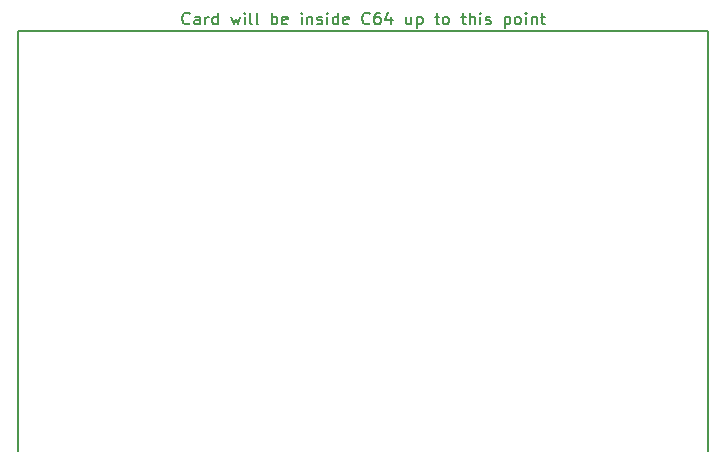
<source format=gbr>
G04 #@! TF.FileFunction,Drawing*
%FSLAX46Y46*%
G04 Gerber Fmt 4.6, Leading zero omitted, Abs format (unit mm)*
G04 Created by KiCad (PCBNEW 4.0.7) date 07/03/19 12:58:59*
%MOMM*%
%LPD*%
G01*
G04 APERTURE LIST*
%ADD10C,0.100000*%
%ADD11C,0.150000*%
G04 APERTURE END LIST*
D10*
D11*
X194945000Y-123825000D02*
X136525000Y-123825000D01*
X194945000Y-159385000D02*
X194945000Y-123825000D01*
X136525000Y-123825000D02*
X136525000Y-159385000D01*
X151044522Y-123166143D02*
X150996903Y-123213762D01*
X150854046Y-123261381D01*
X150758808Y-123261381D01*
X150615950Y-123213762D01*
X150520712Y-123118524D01*
X150473093Y-123023286D01*
X150425474Y-122832810D01*
X150425474Y-122689952D01*
X150473093Y-122499476D01*
X150520712Y-122404238D01*
X150615950Y-122309000D01*
X150758808Y-122261381D01*
X150854046Y-122261381D01*
X150996903Y-122309000D01*
X151044522Y-122356619D01*
X151901665Y-123261381D02*
X151901665Y-122737571D01*
X151854046Y-122642333D01*
X151758808Y-122594714D01*
X151568331Y-122594714D01*
X151473093Y-122642333D01*
X151901665Y-123213762D02*
X151806427Y-123261381D01*
X151568331Y-123261381D01*
X151473093Y-123213762D01*
X151425474Y-123118524D01*
X151425474Y-123023286D01*
X151473093Y-122928048D01*
X151568331Y-122880429D01*
X151806427Y-122880429D01*
X151901665Y-122832810D01*
X152377855Y-123261381D02*
X152377855Y-122594714D01*
X152377855Y-122785190D02*
X152425474Y-122689952D01*
X152473093Y-122642333D01*
X152568331Y-122594714D01*
X152663570Y-122594714D01*
X153425475Y-123261381D02*
X153425475Y-122261381D01*
X153425475Y-123213762D02*
X153330237Y-123261381D01*
X153139760Y-123261381D01*
X153044522Y-123213762D01*
X152996903Y-123166143D01*
X152949284Y-123070905D01*
X152949284Y-122785190D01*
X152996903Y-122689952D01*
X153044522Y-122642333D01*
X153139760Y-122594714D01*
X153330237Y-122594714D01*
X153425475Y-122642333D01*
X154568332Y-122594714D02*
X154758808Y-123261381D01*
X154949285Y-122785190D01*
X155139761Y-123261381D01*
X155330237Y-122594714D01*
X155711189Y-123261381D02*
X155711189Y-122594714D01*
X155711189Y-122261381D02*
X155663570Y-122309000D01*
X155711189Y-122356619D01*
X155758808Y-122309000D01*
X155711189Y-122261381D01*
X155711189Y-122356619D01*
X156330236Y-123261381D02*
X156234998Y-123213762D01*
X156187379Y-123118524D01*
X156187379Y-122261381D01*
X156854046Y-123261381D02*
X156758808Y-123213762D01*
X156711189Y-123118524D01*
X156711189Y-122261381D01*
X157996904Y-123261381D02*
X157996904Y-122261381D01*
X157996904Y-122642333D02*
X158092142Y-122594714D01*
X158282619Y-122594714D01*
X158377857Y-122642333D01*
X158425476Y-122689952D01*
X158473095Y-122785190D01*
X158473095Y-123070905D01*
X158425476Y-123166143D01*
X158377857Y-123213762D01*
X158282619Y-123261381D01*
X158092142Y-123261381D01*
X157996904Y-123213762D01*
X159282619Y-123213762D02*
X159187381Y-123261381D01*
X158996904Y-123261381D01*
X158901666Y-123213762D01*
X158854047Y-123118524D01*
X158854047Y-122737571D01*
X158901666Y-122642333D01*
X158996904Y-122594714D01*
X159187381Y-122594714D01*
X159282619Y-122642333D01*
X159330238Y-122737571D01*
X159330238Y-122832810D01*
X158854047Y-122928048D01*
X160520714Y-123261381D02*
X160520714Y-122594714D01*
X160520714Y-122261381D02*
X160473095Y-122309000D01*
X160520714Y-122356619D01*
X160568333Y-122309000D01*
X160520714Y-122261381D01*
X160520714Y-122356619D01*
X160996904Y-122594714D02*
X160996904Y-123261381D01*
X160996904Y-122689952D02*
X161044523Y-122642333D01*
X161139761Y-122594714D01*
X161282619Y-122594714D01*
X161377857Y-122642333D01*
X161425476Y-122737571D01*
X161425476Y-123261381D01*
X161854047Y-123213762D02*
X161949285Y-123261381D01*
X162139761Y-123261381D01*
X162235000Y-123213762D01*
X162282619Y-123118524D01*
X162282619Y-123070905D01*
X162235000Y-122975667D01*
X162139761Y-122928048D01*
X161996904Y-122928048D01*
X161901666Y-122880429D01*
X161854047Y-122785190D01*
X161854047Y-122737571D01*
X161901666Y-122642333D01*
X161996904Y-122594714D01*
X162139761Y-122594714D01*
X162235000Y-122642333D01*
X162711190Y-123261381D02*
X162711190Y-122594714D01*
X162711190Y-122261381D02*
X162663571Y-122309000D01*
X162711190Y-122356619D01*
X162758809Y-122309000D01*
X162711190Y-122261381D01*
X162711190Y-122356619D01*
X163615952Y-123261381D02*
X163615952Y-122261381D01*
X163615952Y-123213762D02*
X163520714Y-123261381D01*
X163330237Y-123261381D01*
X163234999Y-123213762D01*
X163187380Y-123166143D01*
X163139761Y-123070905D01*
X163139761Y-122785190D01*
X163187380Y-122689952D01*
X163234999Y-122642333D01*
X163330237Y-122594714D01*
X163520714Y-122594714D01*
X163615952Y-122642333D01*
X164473095Y-123213762D02*
X164377857Y-123261381D01*
X164187380Y-123261381D01*
X164092142Y-123213762D01*
X164044523Y-123118524D01*
X164044523Y-122737571D01*
X164092142Y-122642333D01*
X164187380Y-122594714D01*
X164377857Y-122594714D01*
X164473095Y-122642333D01*
X164520714Y-122737571D01*
X164520714Y-122832810D01*
X164044523Y-122928048D01*
X166282619Y-123166143D02*
X166235000Y-123213762D01*
X166092143Y-123261381D01*
X165996905Y-123261381D01*
X165854047Y-123213762D01*
X165758809Y-123118524D01*
X165711190Y-123023286D01*
X165663571Y-122832810D01*
X165663571Y-122689952D01*
X165711190Y-122499476D01*
X165758809Y-122404238D01*
X165854047Y-122309000D01*
X165996905Y-122261381D01*
X166092143Y-122261381D01*
X166235000Y-122309000D01*
X166282619Y-122356619D01*
X167139762Y-122261381D02*
X166949285Y-122261381D01*
X166854047Y-122309000D01*
X166806428Y-122356619D01*
X166711190Y-122499476D01*
X166663571Y-122689952D01*
X166663571Y-123070905D01*
X166711190Y-123166143D01*
X166758809Y-123213762D01*
X166854047Y-123261381D01*
X167044524Y-123261381D01*
X167139762Y-123213762D01*
X167187381Y-123166143D01*
X167235000Y-123070905D01*
X167235000Y-122832810D01*
X167187381Y-122737571D01*
X167139762Y-122689952D01*
X167044524Y-122642333D01*
X166854047Y-122642333D01*
X166758809Y-122689952D01*
X166711190Y-122737571D01*
X166663571Y-122832810D01*
X168092143Y-122594714D02*
X168092143Y-123261381D01*
X167854047Y-122213762D02*
X167615952Y-122928048D01*
X168235000Y-122928048D01*
X169806429Y-122594714D02*
X169806429Y-123261381D01*
X169377857Y-122594714D02*
X169377857Y-123118524D01*
X169425476Y-123213762D01*
X169520714Y-123261381D01*
X169663572Y-123261381D01*
X169758810Y-123213762D01*
X169806429Y-123166143D01*
X170282619Y-122594714D02*
X170282619Y-123594714D01*
X170282619Y-122642333D02*
X170377857Y-122594714D01*
X170568334Y-122594714D01*
X170663572Y-122642333D01*
X170711191Y-122689952D01*
X170758810Y-122785190D01*
X170758810Y-123070905D01*
X170711191Y-123166143D01*
X170663572Y-123213762D01*
X170568334Y-123261381D01*
X170377857Y-123261381D01*
X170282619Y-123213762D01*
X171806429Y-122594714D02*
X172187381Y-122594714D01*
X171949286Y-122261381D02*
X171949286Y-123118524D01*
X171996905Y-123213762D01*
X172092143Y-123261381D01*
X172187381Y-123261381D01*
X172663572Y-123261381D02*
X172568334Y-123213762D01*
X172520715Y-123166143D01*
X172473096Y-123070905D01*
X172473096Y-122785190D01*
X172520715Y-122689952D01*
X172568334Y-122642333D01*
X172663572Y-122594714D01*
X172806430Y-122594714D01*
X172901668Y-122642333D01*
X172949287Y-122689952D01*
X172996906Y-122785190D01*
X172996906Y-123070905D01*
X172949287Y-123166143D01*
X172901668Y-123213762D01*
X172806430Y-123261381D01*
X172663572Y-123261381D01*
X174044525Y-122594714D02*
X174425477Y-122594714D01*
X174187382Y-122261381D02*
X174187382Y-123118524D01*
X174235001Y-123213762D01*
X174330239Y-123261381D01*
X174425477Y-123261381D01*
X174758811Y-123261381D02*
X174758811Y-122261381D01*
X175187383Y-123261381D02*
X175187383Y-122737571D01*
X175139764Y-122642333D01*
X175044526Y-122594714D01*
X174901668Y-122594714D01*
X174806430Y-122642333D01*
X174758811Y-122689952D01*
X175663573Y-123261381D02*
X175663573Y-122594714D01*
X175663573Y-122261381D02*
X175615954Y-122309000D01*
X175663573Y-122356619D01*
X175711192Y-122309000D01*
X175663573Y-122261381D01*
X175663573Y-122356619D01*
X176092144Y-123213762D02*
X176187382Y-123261381D01*
X176377858Y-123261381D01*
X176473097Y-123213762D01*
X176520716Y-123118524D01*
X176520716Y-123070905D01*
X176473097Y-122975667D01*
X176377858Y-122928048D01*
X176235001Y-122928048D01*
X176139763Y-122880429D01*
X176092144Y-122785190D01*
X176092144Y-122737571D01*
X176139763Y-122642333D01*
X176235001Y-122594714D01*
X176377858Y-122594714D01*
X176473097Y-122642333D01*
X177711192Y-122594714D02*
X177711192Y-123594714D01*
X177711192Y-122642333D02*
X177806430Y-122594714D01*
X177996907Y-122594714D01*
X178092145Y-122642333D01*
X178139764Y-122689952D01*
X178187383Y-122785190D01*
X178187383Y-123070905D01*
X178139764Y-123166143D01*
X178092145Y-123213762D01*
X177996907Y-123261381D01*
X177806430Y-123261381D01*
X177711192Y-123213762D01*
X178758811Y-123261381D02*
X178663573Y-123213762D01*
X178615954Y-123166143D01*
X178568335Y-123070905D01*
X178568335Y-122785190D01*
X178615954Y-122689952D01*
X178663573Y-122642333D01*
X178758811Y-122594714D01*
X178901669Y-122594714D01*
X178996907Y-122642333D01*
X179044526Y-122689952D01*
X179092145Y-122785190D01*
X179092145Y-123070905D01*
X179044526Y-123166143D01*
X178996907Y-123213762D01*
X178901669Y-123261381D01*
X178758811Y-123261381D01*
X179520716Y-123261381D02*
X179520716Y-122594714D01*
X179520716Y-122261381D02*
X179473097Y-122309000D01*
X179520716Y-122356619D01*
X179568335Y-122309000D01*
X179520716Y-122261381D01*
X179520716Y-122356619D01*
X179996906Y-122594714D02*
X179996906Y-123261381D01*
X179996906Y-122689952D02*
X180044525Y-122642333D01*
X180139763Y-122594714D01*
X180282621Y-122594714D01*
X180377859Y-122642333D01*
X180425478Y-122737571D01*
X180425478Y-123261381D01*
X180758811Y-122594714D02*
X181139763Y-122594714D01*
X180901668Y-122261381D02*
X180901668Y-123118524D01*
X180949287Y-123213762D01*
X181044525Y-123261381D01*
X181139763Y-123261381D01*
M02*

</source>
